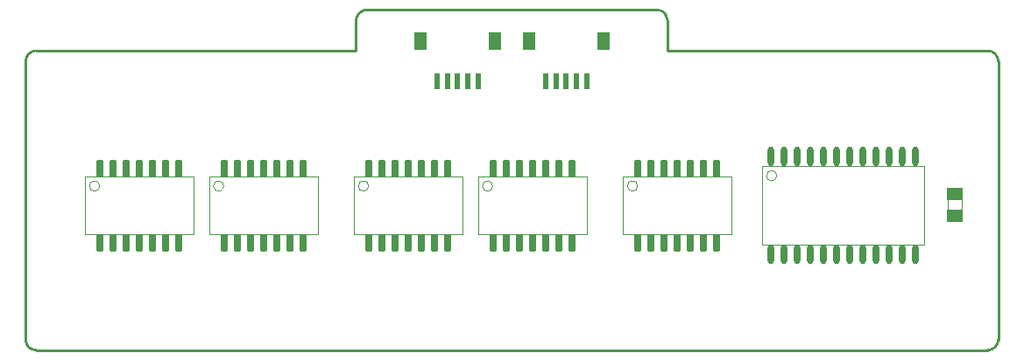
<source format=gbp>
G04 Layer_Color=128*
%FSLAX42Y42*%
%MOMM*%
G71*
G01*
G75*
%ADD10C,0.25*%
%ADD12C,0.25*%
%ADD13C,0.10*%
%ADD16R,0.60X1.50*%
%ADD17R,1.20X1.80*%
%ADD18O,0.60X1.90*%
G04:AMPARAMS|DCode=19|XSize=0.6mm|YSize=1.65mm|CornerRadius=0.05mm|HoleSize=0mm|Usage=FLASHONLY|Rotation=180.000|XOffset=0mm|YOffset=0mm|HoleType=Round|Shape=RoundedRectangle|*
%AMROUNDEDRECTD19*
21,1,0.60,1.55,0,0,180.0*
21,1,0.50,1.65,0,0,180.0*
1,1,0.10,-0.25,0.77*
1,1,0.10,0.25,0.77*
1,1,0.10,0.25,-0.77*
1,1,0.10,-0.25,-0.77*
%
%ADD19ROUNDEDRECTD19*%
%ADD20R,1.50X1.25*%
D10*
X100Y2900D02*
G03*
X0Y2800I0J-100D01*
G01*
Y100D02*
G03*
X100Y0I100J0D01*
G01*
X9300D02*
G03*
X9400Y100I0J100D01*
G01*
Y2800D02*
G03*
X9300Y2900I-100J0D01*
G01*
X6200Y3200D02*
G03*
X6100Y3300I-100J0D01*
G01*
X3310D02*
G03*
X3190Y3180I0J-120D01*
G01*
D12*
X0Y100D02*
Y2800D01*
X100Y2900D02*
X3190Y2900D01*
X100Y0D02*
X9300D01*
X9400Y100D02*
Y2800D01*
X6200Y2900D02*
X9300D01*
X6200D02*
Y3200D01*
X3190Y2900D02*
Y3180D01*
X3310Y3300D02*
X6100D01*
D13*
X7260Y1690D02*
G03*
X7260Y1690I-50J0D01*
G01*
X5915Y1590D02*
G03*
X5915Y1590I-50J0D01*
G01*
X4515D02*
G03*
X4515Y1590I-50J0D01*
G01*
X3315D02*
G03*
X3315Y1590I-50J0D01*
G01*
X1915D02*
G03*
X1915Y1590I-50J0D01*
G01*
X715D02*
G03*
X715Y1590I-50J0D01*
G01*
X7120Y1780D02*
X8680D01*
X7120Y1020D02*
X8680D01*
X7120D02*
Y1780D01*
X8680Y1020D02*
Y1780D01*
X6825Y1120D02*
Y1680D01*
X5775Y1120D02*
Y1680D01*
Y1120D02*
X6825D01*
X5775Y1680D02*
X6825D01*
X5425Y1120D02*
Y1680D01*
X4375Y1120D02*
Y1680D01*
Y1120D02*
X5425D01*
X4375Y1680D02*
X5425D01*
X4225Y1120D02*
Y1680D01*
X3175Y1120D02*
Y1680D01*
Y1120D02*
X4225D01*
X3175Y1680D02*
X4225D01*
X2825Y1120D02*
Y1680D01*
X1775Y1120D02*
Y1680D01*
Y1120D02*
X2825D01*
X1775Y1680D02*
X2825D01*
X1625Y1120D02*
Y1680D01*
X575Y1120D02*
Y1680D01*
Y1120D02*
X1625D01*
X575Y1680D02*
X1625D01*
X9047Y1295D02*
Y1515D01*
X8912Y1295D02*
Y1515D01*
Y1295D02*
X9047D01*
X8912Y1515D02*
X9047D01*
D16*
X3975Y2605D02*
D03*
X4075D02*
D03*
X4175D02*
D03*
X4275D02*
D03*
X4375D02*
D03*
X5025D02*
D03*
X5125D02*
D03*
X5225D02*
D03*
X5325D02*
D03*
X5425D02*
D03*
D17*
X3815Y2995D02*
D03*
X4535D02*
D03*
X4865D02*
D03*
X5585D02*
D03*
D18*
X7201Y1875D02*
D03*
X7329D02*
D03*
X7456D02*
D03*
X7582D02*
D03*
X7710D02*
D03*
X7836D02*
D03*
X7964D02*
D03*
X8090D02*
D03*
X8218D02*
D03*
X8344D02*
D03*
X8471D02*
D03*
X8599D02*
D03*
X7201Y925D02*
D03*
X7329D02*
D03*
X7456D02*
D03*
X7582D02*
D03*
X7710D02*
D03*
X7836D02*
D03*
X7964D02*
D03*
X8090D02*
D03*
X8218D02*
D03*
X8344D02*
D03*
X8471D02*
D03*
X8599D02*
D03*
D19*
X6681Y1038D02*
D03*
X6554D02*
D03*
X6427D02*
D03*
X6300D02*
D03*
X6173D02*
D03*
X6046D02*
D03*
X5919D02*
D03*
X6681Y1762D02*
D03*
X6554D02*
D03*
X6427D02*
D03*
X6300D02*
D03*
X6173D02*
D03*
X6046D02*
D03*
X5919D02*
D03*
X5281Y1038D02*
D03*
X5154D02*
D03*
X5027D02*
D03*
X4900D02*
D03*
X4773D02*
D03*
X4646D02*
D03*
X4519D02*
D03*
X5281Y1762D02*
D03*
X5154D02*
D03*
X5027D02*
D03*
X4900D02*
D03*
X4773D02*
D03*
X4646D02*
D03*
X4519D02*
D03*
X4081Y1038D02*
D03*
X3954D02*
D03*
X3827D02*
D03*
X3700D02*
D03*
X3573D02*
D03*
X3446D02*
D03*
X3319D02*
D03*
X4081Y1762D02*
D03*
X3954D02*
D03*
X3827D02*
D03*
X3700D02*
D03*
X3573D02*
D03*
X3446D02*
D03*
X3319D02*
D03*
X2681Y1038D02*
D03*
X2554D02*
D03*
X2427D02*
D03*
X2300D02*
D03*
X2173D02*
D03*
X2046D02*
D03*
X1919D02*
D03*
X2681Y1762D02*
D03*
X2554D02*
D03*
X2427D02*
D03*
X2300D02*
D03*
X2173D02*
D03*
X2046D02*
D03*
X1919D02*
D03*
X1481Y1038D02*
D03*
X1354D02*
D03*
X1227D02*
D03*
X1100D02*
D03*
X973D02*
D03*
X846D02*
D03*
X719D02*
D03*
X1481Y1762D02*
D03*
X1354D02*
D03*
X1227D02*
D03*
X1100D02*
D03*
X973D02*
D03*
X846D02*
D03*
X719D02*
D03*
D20*
X8980Y1300D02*
D03*
Y1510D02*
D03*
M02*

</source>
